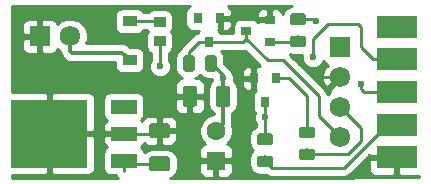
<source format=gbr>
G04 #@! TF.GenerationSoftware,KiCad,Pcbnew,(5.0.0)*
G04 #@! TF.CreationDate,2018-12-07T10:27:40+01:00*
G04 #@! TF.ProjectId,SoNavi,536F4E6176692E6B696361645F706362,rev?*
G04 #@! TF.SameCoordinates,Original*
G04 #@! TF.FileFunction,Copper,L1,Top,Signal*
G04 #@! TF.FilePolarity,Positive*
%FSLAX46Y46*%
G04 Gerber Fmt 4.6, Leading zero omitted, Abs format (unit mm)*
G04 Created by KiCad (PCBNEW (5.0.0)) date 12/07/18 10:27:40*
%MOMM*%
%LPD*%
G01*
G04 APERTURE LIST*
G04 #@! TA.AperFunction,Conductor*
%ADD10C,0.300000*%
G04 #@! TD*
G04 #@! TA.AperFunction,SMDPad,CuDef*
%ADD11C,0.975000*%
G04 #@! TD*
G04 #@! TA.AperFunction,SMDPad,CuDef*
%ADD12R,0.800000X0.900000*%
G04 #@! TD*
G04 #@! TA.AperFunction,SMDPad,CuDef*
%ADD13R,0.900000X0.800000*%
G04 #@! TD*
G04 #@! TA.AperFunction,SMDPad,CuDef*
%ADD14R,2.200000X1.200000*%
G04 #@! TD*
G04 #@! TA.AperFunction,SMDPad,CuDef*
%ADD15R,6.400000X5.800000*%
G04 #@! TD*
G04 #@! TA.AperFunction,SMDPad,CuDef*
%ADD16C,1.250000*%
G04 #@! TD*
G04 #@! TA.AperFunction,SMDPad,CuDef*
%ADD17R,3.480000X1.846667*%
G04 #@! TD*
G04 #@! TA.AperFunction,ComponentPad*
%ADD18R,1.725000X1.725000*%
G04 #@! TD*
G04 #@! TA.AperFunction,ComponentPad*
%ADD19C,1.725000*%
G04 #@! TD*
G04 #@! TA.AperFunction,ComponentPad*
%ADD20R,1.600000X1.600000*%
G04 #@! TD*
G04 #@! TA.AperFunction,ComponentPad*
%ADD21C,1.600000*%
G04 #@! TD*
G04 #@! TA.AperFunction,SMDPad,CuDef*
%ADD22R,1.200000X0.900000*%
G04 #@! TD*
G04 #@! TA.AperFunction,SMDPad,CuDef*
%ADD23R,0.980000X0.870000*%
G04 #@! TD*
G04 #@! TA.AperFunction,ViaPad*
%ADD24C,0.600000*%
G04 #@! TD*
G04 #@! TA.AperFunction,Conductor*
%ADD25C,0.250000*%
G04 #@! TD*
G04 #@! TA.AperFunction,Conductor*
%ADD26C,0.350000*%
G04 #@! TD*
G04 #@! TA.AperFunction,Conductor*
%ADD27C,0.254000*%
G04 #@! TD*
G04 APERTURE END LIST*
D10*
G04 #@! TO.N,Net-(Q1-Pad1)*
G04 #@! TO.C,R2*
G36*
X77950142Y-79523674D02*
X77973803Y-79527184D01*
X77997007Y-79532996D01*
X78019529Y-79541054D01*
X78041153Y-79551282D01*
X78061670Y-79563579D01*
X78080883Y-79577829D01*
X78098607Y-79593893D01*
X78114671Y-79611617D01*
X78128921Y-79630830D01*
X78141218Y-79651347D01*
X78151446Y-79672971D01*
X78159504Y-79695493D01*
X78165316Y-79718697D01*
X78168826Y-79742358D01*
X78170000Y-79766250D01*
X78170000Y-80253750D01*
X78168826Y-80277642D01*
X78165316Y-80301303D01*
X78159504Y-80324507D01*
X78151446Y-80347029D01*
X78141218Y-80368653D01*
X78128921Y-80389170D01*
X78114671Y-80408383D01*
X78098607Y-80426107D01*
X78080883Y-80442171D01*
X78061670Y-80456421D01*
X78041153Y-80468718D01*
X78019529Y-80478946D01*
X77997007Y-80487004D01*
X77973803Y-80492816D01*
X77950142Y-80496326D01*
X77926250Y-80497500D01*
X77013750Y-80497500D01*
X76989858Y-80496326D01*
X76966197Y-80492816D01*
X76942993Y-80487004D01*
X76920471Y-80478946D01*
X76898847Y-80468718D01*
X76878330Y-80456421D01*
X76859117Y-80442171D01*
X76841393Y-80426107D01*
X76825329Y-80408383D01*
X76811079Y-80389170D01*
X76798782Y-80368653D01*
X76788554Y-80347029D01*
X76780496Y-80324507D01*
X76774684Y-80301303D01*
X76771174Y-80277642D01*
X76770000Y-80253750D01*
X76770000Y-79766250D01*
X76771174Y-79742358D01*
X76774684Y-79718697D01*
X76780496Y-79695493D01*
X76788554Y-79672971D01*
X76798782Y-79651347D01*
X76811079Y-79630830D01*
X76825329Y-79611617D01*
X76841393Y-79593893D01*
X76859117Y-79577829D01*
X76878330Y-79563579D01*
X76898847Y-79551282D01*
X76920471Y-79541054D01*
X76942993Y-79532996D01*
X76966197Y-79527184D01*
X76989858Y-79523674D01*
X77013750Y-79522500D01*
X77926250Y-79522500D01*
X77950142Y-79523674D01*
X77950142Y-79523674D01*
G37*
D11*
G04 #@! TD*
G04 #@! TO.P,R2,2*
G04 #@! TO.N,Net-(Q1-Pad1)*
X77470000Y-80010000D03*
D10*
G04 #@! TO.N,/TX*
G04 #@! TO.C,R2*
G36*
X77950142Y-81398674D02*
X77973803Y-81402184D01*
X77997007Y-81407996D01*
X78019529Y-81416054D01*
X78041153Y-81426282D01*
X78061670Y-81438579D01*
X78080883Y-81452829D01*
X78098607Y-81468893D01*
X78114671Y-81486617D01*
X78128921Y-81505830D01*
X78141218Y-81526347D01*
X78151446Y-81547971D01*
X78159504Y-81570493D01*
X78165316Y-81593697D01*
X78168826Y-81617358D01*
X78170000Y-81641250D01*
X78170000Y-82128750D01*
X78168826Y-82152642D01*
X78165316Y-82176303D01*
X78159504Y-82199507D01*
X78151446Y-82222029D01*
X78141218Y-82243653D01*
X78128921Y-82264170D01*
X78114671Y-82283383D01*
X78098607Y-82301107D01*
X78080883Y-82317171D01*
X78061670Y-82331421D01*
X78041153Y-82343718D01*
X78019529Y-82353946D01*
X77997007Y-82362004D01*
X77973803Y-82367816D01*
X77950142Y-82371326D01*
X77926250Y-82372500D01*
X77013750Y-82372500D01*
X76989858Y-82371326D01*
X76966197Y-82367816D01*
X76942993Y-82362004D01*
X76920471Y-82353946D01*
X76898847Y-82343718D01*
X76878330Y-82331421D01*
X76859117Y-82317171D01*
X76841393Y-82301107D01*
X76825329Y-82283383D01*
X76811079Y-82264170D01*
X76798782Y-82243653D01*
X76788554Y-82222029D01*
X76780496Y-82199507D01*
X76774684Y-82176303D01*
X76771174Y-82152642D01*
X76770000Y-82128750D01*
X76770000Y-81641250D01*
X76771174Y-81617358D01*
X76774684Y-81593697D01*
X76780496Y-81570493D01*
X76788554Y-81547971D01*
X76798782Y-81526347D01*
X76811079Y-81505830D01*
X76825329Y-81486617D01*
X76841393Y-81468893D01*
X76859117Y-81452829D01*
X76878330Y-81438579D01*
X76898847Y-81426282D01*
X76920471Y-81416054D01*
X76942993Y-81407996D01*
X76966197Y-81402184D01*
X76989858Y-81398674D01*
X77013750Y-81397500D01*
X77926250Y-81397500D01*
X77950142Y-81398674D01*
X77950142Y-81398674D01*
G37*
D11*
G04 #@! TD*
G04 #@! TO.P,R2,1*
G04 #@! TO.N,/TX*
X77470000Y-81885000D03*
D12*
G04 #@! TO.P,Q1,1*
G04 #@! TO.N,Net-(Q1-Pad1)*
X74864000Y-75454000D03*
G04 #@! TO.P,Q1,2*
G04 #@! TO.N,GND*
X72964000Y-75454000D03*
G04 #@! TO.P,Q1,3*
G04 #@! TO.N,/RXD*
X73914000Y-77454000D03*
G04 #@! TD*
D13*
G04 #@! TO.P,Q2,3*
G04 #@! TO.N,/RX*
X72316162Y-71447928D03*
G04 #@! TO.P,Q2,2*
G04 #@! TO.N,GND*
X74316162Y-70497928D03*
G04 #@! TO.P,Q2,1*
G04 #@! TO.N,Net-(Q2-Pad1)*
X74316162Y-72397928D03*
G04 #@! TD*
D10*
G04 #@! TO.N,/DTR*
G04 #@! TO.C,R1*
G36*
X74394142Y-81985174D02*
X74417803Y-81988684D01*
X74441007Y-81994496D01*
X74463529Y-82002554D01*
X74485153Y-82012782D01*
X74505670Y-82025079D01*
X74524883Y-82039329D01*
X74542607Y-82055393D01*
X74558671Y-82073117D01*
X74572921Y-82092330D01*
X74585218Y-82112847D01*
X74595446Y-82134471D01*
X74603504Y-82156993D01*
X74609316Y-82180197D01*
X74612826Y-82203858D01*
X74614000Y-82227750D01*
X74614000Y-82715250D01*
X74612826Y-82739142D01*
X74609316Y-82762803D01*
X74603504Y-82786007D01*
X74595446Y-82808529D01*
X74585218Y-82830153D01*
X74572921Y-82850670D01*
X74558671Y-82869883D01*
X74542607Y-82887607D01*
X74524883Y-82903671D01*
X74505670Y-82917921D01*
X74485153Y-82930218D01*
X74463529Y-82940446D01*
X74441007Y-82948504D01*
X74417803Y-82954316D01*
X74394142Y-82957826D01*
X74370250Y-82959000D01*
X73457750Y-82959000D01*
X73433858Y-82957826D01*
X73410197Y-82954316D01*
X73386993Y-82948504D01*
X73364471Y-82940446D01*
X73342847Y-82930218D01*
X73322330Y-82917921D01*
X73303117Y-82903671D01*
X73285393Y-82887607D01*
X73269329Y-82869883D01*
X73255079Y-82850670D01*
X73242782Y-82830153D01*
X73232554Y-82808529D01*
X73224496Y-82786007D01*
X73218684Y-82762803D01*
X73215174Y-82739142D01*
X73214000Y-82715250D01*
X73214000Y-82227750D01*
X73215174Y-82203858D01*
X73218684Y-82180197D01*
X73224496Y-82156993D01*
X73232554Y-82134471D01*
X73242782Y-82112847D01*
X73255079Y-82092330D01*
X73269329Y-82073117D01*
X73285393Y-82055393D01*
X73303117Y-82039329D01*
X73322330Y-82025079D01*
X73342847Y-82012782D01*
X73364471Y-82002554D01*
X73386993Y-81994496D01*
X73410197Y-81988684D01*
X73433858Y-81985174D01*
X73457750Y-81984000D01*
X74370250Y-81984000D01*
X74394142Y-81985174D01*
X74394142Y-81985174D01*
G37*
D11*
G04 #@! TD*
G04 #@! TO.P,R1,1*
G04 #@! TO.N,/DTR*
X73914000Y-82471500D03*
D10*
G04 #@! TO.N,/RXD*
G04 #@! TO.C,R1*
G36*
X74394142Y-80110174D02*
X74417803Y-80113684D01*
X74441007Y-80119496D01*
X74463529Y-80127554D01*
X74485153Y-80137782D01*
X74505670Y-80150079D01*
X74524883Y-80164329D01*
X74542607Y-80180393D01*
X74558671Y-80198117D01*
X74572921Y-80217330D01*
X74585218Y-80237847D01*
X74595446Y-80259471D01*
X74603504Y-80281993D01*
X74609316Y-80305197D01*
X74612826Y-80328858D01*
X74614000Y-80352750D01*
X74614000Y-80840250D01*
X74612826Y-80864142D01*
X74609316Y-80887803D01*
X74603504Y-80911007D01*
X74595446Y-80933529D01*
X74585218Y-80955153D01*
X74572921Y-80975670D01*
X74558671Y-80994883D01*
X74542607Y-81012607D01*
X74524883Y-81028671D01*
X74505670Y-81042921D01*
X74485153Y-81055218D01*
X74463529Y-81065446D01*
X74441007Y-81073504D01*
X74417803Y-81079316D01*
X74394142Y-81082826D01*
X74370250Y-81084000D01*
X73457750Y-81084000D01*
X73433858Y-81082826D01*
X73410197Y-81079316D01*
X73386993Y-81073504D01*
X73364471Y-81065446D01*
X73342847Y-81055218D01*
X73322330Y-81042921D01*
X73303117Y-81028671D01*
X73285393Y-81012607D01*
X73269329Y-80994883D01*
X73255079Y-80975670D01*
X73242782Y-80955153D01*
X73232554Y-80933529D01*
X73224496Y-80911007D01*
X73218684Y-80887803D01*
X73215174Y-80864142D01*
X73214000Y-80840250D01*
X73214000Y-80352750D01*
X73215174Y-80328858D01*
X73218684Y-80305197D01*
X73224496Y-80281993D01*
X73232554Y-80259471D01*
X73242782Y-80237847D01*
X73255079Y-80217330D01*
X73269329Y-80198117D01*
X73285393Y-80180393D01*
X73303117Y-80164329D01*
X73322330Y-80150079D01*
X73342847Y-80137782D01*
X73364471Y-80127554D01*
X73386993Y-80119496D01*
X73410197Y-80113684D01*
X73433858Y-80110174D01*
X73457750Y-80109000D01*
X74370250Y-80109000D01*
X74394142Y-80110174D01*
X74394142Y-80110174D01*
G37*
D11*
G04 #@! TD*
G04 #@! TO.P,R1,2*
G04 #@! TO.N,/RXD*
X73914000Y-80596500D03*
D10*
G04 #@! TO.N,Net-(Q2-Pad1)*
G04 #@! TO.C,R3*
G36*
X77188142Y-71825174D02*
X77211803Y-71828684D01*
X77235007Y-71834496D01*
X77257529Y-71842554D01*
X77279153Y-71852782D01*
X77299670Y-71865079D01*
X77318883Y-71879329D01*
X77336607Y-71895393D01*
X77352671Y-71913117D01*
X77366921Y-71932330D01*
X77379218Y-71952847D01*
X77389446Y-71974471D01*
X77397504Y-71996993D01*
X77403316Y-72020197D01*
X77406826Y-72043858D01*
X77408000Y-72067750D01*
X77408000Y-72555250D01*
X77406826Y-72579142D01*
X77403316Y-72602803D01*
X77397504Y-72626007D01*
X77389446Y-72648529D01*
X77379218Y-72670153D01*
X77366921Y-72690670D01*
X77352671Y-72709883D01*
X77336607Y-72727607D01*
X77318883Y-72743671D01*
X77299670Y-72757921D01*
X77279153Y-72770218D01*
X77257529Y-72780446D01*
X77235007Y-72788504D01*
X77211803Y-72794316D01*
X77188142Y-72797826D01*
X77164250Y-72799000D01*
X76251750Y-72799000D01*
X76227858Y-72797826D01*
X76204197Y-72794316D01*
X76180993Y-72788504D01*
X76158471Y-72780446D01*
X76136847Y-72770218D01*
X76116330Y-72757921D01*
X76097117Y-72743671D01*
X76079393Y-72727607D01*
X76063329Y-72709883D01*
X76049079Y-72690670D01*
X76036782Y-72670153D01*
X76026554Y-72648529D01*
X76018496Y-72626007D01*
X76012684Y-72602803D01*
X76009174Y-72579142D01*
X76008000Y-72555250D01*
X76008000Y-72067750D01*
X76009174Y-72043858D01*
X76012684Y-72020197D01*
X76018496Y-71996993D01*
X76026554Y-71974471D01*
X76036782Y-71952847D01*
X76049079Y-71932330D01*
X76063329Y-71913117D01*
X76079393Y-71895393D01*
X76097117Y-71879329D01*
X76116330Y-71865079D01*
X76136847Y-71852782D01*
X76158471Y-71842554D01*
X76180993Y-71834496D01*
X76204197Y-71828684D01*
X76227858Y-71825174D01*
X76251750Y-71824000D01*
X77164250Y-71824000D01*
X77188142Y-71825174D01*
X77188142Y-71825174D01*
G37*
D11*
G04 #@! TD*
G04 #@! TO.P,R3,1*
G04 #@! TO.N,Net-(Q2-Pad1)*
X76708000Y-72311500D03*
D10*
G04 #@! TO.N,/TXD*
G04 #@! TO.C,R3*
G36*
X77188142Y-69950174D02*
X77211803Y-69953684D01*
X77235007Y-69959496D01*
X77257529Y-69967554D01*
X77279153Y-69977782D01*
X77299670Y-69990079D01*
X77318883Y-70004329D01*
X77336607Y-70020393D01*
X77352671Y-70038117D01*
X77366921Y-70057330D01*
X77379218Y-70077847D01*
X77389446Y-70099471D01*
X77397504Y-70121993D01*
X77403316Y-70145197D01*
X77406826Y-70168858D01*
X77408000Y-70192750D01*
X77408000Y-70680250D01*
X77406826Y-70704142D01*
X77403316Y-70727803D01*
X77397504Y-70751007D01*
X77389446Y-70773529D01*
X77379218Y-70795153D01*
X77366921Y-70815670D01*
X77352671Y-70834883D01*
X77336607Y-70852607D01*
X77318883Y-70868671D01*
X77299670Y-70882921D01*
X77279153Y-70895218D01*
X77257529Y-70905446D01*
X77235007Y-70913504D01*
X77211803Y-70919316D01*
X77188142Y-70922826D01*
X77164250Y-70924000D01*
X76251750Y-70924000D01*
X76227858Y-70922826D01*
X76204197Y-70919316D01*
X76180993Y-70913504D01*
X76158471Y-70905446D01*
X76136847Y-70895218D01*
X76116330Y-70882921D01*
X76097117Y-70868671D01*
X76079393Y-70852607D01*
X76063329Y-70834883D01*
X76049079Y-70815670D01*
X76036782Y-70795153D01*
X76026554Y-70773529D01*
X76018496Y-70751007D01*
X76012684Y-70727803D01*
X76009174Y-70704142D01*
X76008000Y-70680250D01*
X76008000Y-70192750D01*
X76009174Y-70168858D01*
X76012684Y-70145197D01*
X76018496Y-70121993D01*
X76026554Y-70099471D01*
X76036782Y-70077847D01*
X76049079Y-70057330D01*
X76063329Y-70038117D01*
X76079393Y-70020393D01*
X76097117Y-70004329D01*
X76116330Y-69990079D01*
X76136847Y-69977782D01*
X76158471Y-69967554D01*
X76180993Y-69959496D01*
X76204197Y-69953684D01*
X76227858Y-69950174D01*
X76251750Y-69949000D01*
X77164250Y-69949000D01*
X77188142Y-69950174D01*
X77188142Y-69950174D01*
G37*
D11*
G04 #@! TD*
G04 #@! TO.P,R3,2*
G04 #@! TO.N,/TXD*
X76708000Y-70436500D03*
D10*
G04 #@! TO.N,+5V*
G04 #@! TO.C,R4*
G36*
X69609642Y-73469174D02*
X69633303Y-73472684D01*
X69656507Y-73478496D01*
X69679029Y-73486554D01*
X69700653Y-73496782D01*
X69721170Y-73509079D01*
X69740383Y-73523329D01*
X69758107Y-73539393D01*
X69774171Y-73557117D01*
X69788421Y-73576330D01*
X69800718Y-73596847D01*
X69810946Y-73618471D01*
X69819004Y-73640993D01*
X69824816Y-73664197D01*
X69828326Y-73687858D01*
X69829500Y-73711750D01*
X69829500Y-74624250D01*
X69828326Y-74648142D01*
X69824816Y-74671803D01*
X69819004Y-74695007D01*
X69810946Y-74717529D01*
X69800718Y-74739153D01*
X69788421Y-74759670D01*
X69774171Y-74778883D01*
X69758107Y-74796607D01*
X69740383Y-74812671D01*
X69721170Y-74826921D01*
X69700653Y-74839218D01*
X69679029Y-74849446D01*
X69656507Y-74857504D01*
X69633303Y-74863316D01*
X69609642Y-74866826D01*
X69585750Y-74868000D01*
X69098250Y-74868000D01*
X69074358Y-74866826D01*
X69050697Y-74863316D01*
X69027493Y-74857504D01*
X69004971Y-74849446D01*
X68983347Y-74839218D01*
X68962830Y-74826921D01*
X68943617Y-74812671D01*
X68925893Y-74796607D01*
X68909829Y-74778883D01*
X68895579Y-74759670D01*
X68883282Y-74739153D01*
X68873054Y-74717529D01*
X68864996Y-74695007D01*
X68859184Y-74671803D01*
X68855674Y-74648142D01*
X68854500Y-74624250D01*
X68854500Y-73711750D01*
X68855674Y-73687858D01*
X68859184Y-73664197D01*
X68864996Y-73640993D01*
X68873054Y-73618471D01*
X68883282Y-73596847D01*
X68895579Y-73576330D01*
X68909829Y-73557117D01*
X68925893Y-73539393D01*
X68943617Y-73523329D01*
X68962830Y-73509079D01*
X68983347Y-73496782D01*
X69004971Y-73486554D01*
X69027493Y-73478496D01*
X69050697Y-73472684D01*
X69074358Y-73469174D01*
X69098250Y-73468000D01*
X69585750Y-73468000D01*
X69609642Y-73469174D01*
X69609642Y-73469174D01*
G37*
D11*
G04 #@! TD*
G04 #@! TO.P,R4,2*
G04 #@! TO.N,+5V*
X69342000Y-74168000D03*
D10*
G04 #@! TO.N,/RX*
G04 #@! TO.C,R4*
G36*
X67734642Y-73469174D02*
X67758303Y-73472684D01*
X67781507Y-73478496D01*
X67804029Y-73486554D01*
X67825653Y-73496782D01*
X67846170Y-73509079D01*
X67865383Y-73523329D01*
X67883107Y-73539393D01*
X67899171Y-73557117D01*
X67913421Y-73576330D01*
X67925718Y-73596847D01*
X67935946Y-73618471D01*
X67944004Y-73640993D01*
X67949816Y-73664197D01*
X67953326Y-73687858D01*
X67954500Y-73711750D01*
X67954500Y-74624250D01*
X67953326Y-74648142D01*
X67949816Y-74671803D01*
X67944004Y-74695007D01*
X67935946Y-74717529D01*
X67925718Y-74739153D01*
X67913421Y-74759670D01*
X67899171Y-74778883D01*
X67883107Y-74796607D01*
X67865383Y-74812671D01*
X67846170Y-74826921D01*
X67825653Y-74839218D01*
X67804029Y-74849446D01*
X67781507Y-74857504D01*
X67758303Y-74863316D01*
X67734642Y-74866826D01*
X67710750Y-74868000D01*
X67223250Y-74868000D01*
X67199358Y-74866826D01*
X67175697Y-74863316D01*
X67152493Y-74857504D01*
X67129971Y-74849446D01*
X67108347Y-74839218D01*
X67087830Y-74826921D01*
X67068617Y-74812671D01*
X67050893Y-74796607D01*
X67034829Y-74778883D01*
X67020579Y-74759670D01*
X67008282Y-74739153D01*
X66998054Y-74717529D01*
X66989996Y-74695007D01*
X66984184Y-74671803D01*
X66980674Y-74648142D01*
X66979500Y-74624250D01*
X66979500Y-73711750D01*
X66980674Y-73687858D01*
X66984184Y-73664197D01*
X66989996Y-73640993D01*
X66998054Y-73618471D01*
X67008282Y-73596847D01*
X67020579Y-73576330D01*
X67034829Y-73557117D01*
X67050893Y-73539393D01*
X67068617Y-73523329D01*
X67087830Y-73509079D01*
X67108347Y-73496782D01*
X67129971Y-73486554D01*
X67152493Y-73478496D01*
X67175697Y-73472684D01*
X67199358Y-73469174D01*
X67223250Y-73468000D01*
X67710750Y-73468000D01*
X67734642Y-73469174D01*
X67734642Y-73469174D01*
G37*
D11*
G04 #@! TD*
G04 #@! TO.P,R4,1*
G04 #@! TO.N,/RX*
X67467000Y-74168000D03*
D12*
G04 #@! TO.P,D1,2*
G04 #@! TO.N,GND*
X70116162Y-70347928D03*
G04 #@! TO.P,D1,*
G04 #@! TO.N,*
X68216162Y-70347928D03*
G04 #@! TO.P,D1,1*
G04 #@! TO.N,/RX*
X69166162Y-72347928D03*
G04 #@! TD*
D14*
G04 #@! TO.P,U1,1*
G04 #@! TO.N,Net-(C1-Pad2)*
X61966162Y-82397928D03*
G04 #@! TO.P,U1,2*
G04 #@! TO.N,GND*
X61966162Y-80117928D03*
G04 #@! TO.P,U1,3*
G04 #@! TO.N,+5V*
X61966162Y-77837928D03*
D15*
G04 #@! TO.P,U1,2*
G04 #@! TO.N,GND*
X55666162Y-80117928D03*
G04 #@! TD*
D10*
G04 #@! TO.N,GND*
G04 #@! TO.C,C1*
G36*
X65639666Y-79246132D02*
X65663935Y-79249732D01*
X65687733Y-79255693D01*
X65710833Y-79263958D01*
X65733011Y-79274448D01*
X65754055Y-79287061D01*
X65773760Y-79301675D01*
X65791939Y-79318151D01*
X65808415Y-79336330D01*
X65823029Y-79356035D01*
X65835642Y-79377079D01*
X65846132Y-79399257D01*
X65854397Y-79422357D01*
X65860358Y-79446155D01*
X65863958Y-79470424D01*
X65865162Y-79494928D01*
X65865162Y-80244928D01*
X65863958Y-80269432D01*
X65860358Y-80293701D01*
X65854397Y-80317499D01*
X65846132Y-80340599D01*
X65835642Y-80362777D01*
X65823029Y-80383821D01*
X65808415Y-80403526D01*
X65791939Y-80421705D01*
X65773760Y-80438181D01*
X65754055Y-80452795D01*
X65733011Y-80465408D01*
X65710833Y-80475898D01*
X65687733Y-80484163D01*
X65663935Y-80490124D01*
X65639666Y-80493724D01*
X65615162Y-80494928D01*
X64365162Y-80494928D01*
X64340658Y-80493724D01*
X64316389Y-80490124D01*
X64292591Y-80484163D01*
X64269491Y-80475898D01*
X64247313Y-80465408D01*
X64226269Y-80452795D01*
X64206564Y-80438181D01*
X64188385Y-80421705D01*
X64171909Y-80403526D01*
X64157295Y-80383821D01*
X64144682Y-80362777D01*
X64134192Y-80340599D01*
X64125927Y-80317499D01*
X64119966Y-80293701D01*
X64116366Y-80269432D01*
X64115162Y-80244928D01*
X64115162Y-79494928D01*
X64116366Y-79470424D01*
X64119966Y-79446155D01*
X64125927Y-79422357D01*
X64134192Y-79399257D01*
X64144682Y-79377079D01*
X64157295Y-79356035D01*
X64171909Y-79336330D01*
X64188385Y-79318151D01*
X64206564Y-79301675D01*
X64226269Y-79287061D01*
X64247313Y-79274448D01*
X64269491Y-79263958D01*
X64292591Y-79255693D01*
X64316389Y-79249732D01*
X64340658Y-79246132D01*
X64365162Y-79244928D01*
X65615162Y-79244928D01*
X65639666Y-79246132D01*
X65639666Y-79246132D01*
G37*
D16*
G04 #@! TD*
G04 #@! TO.P,C1,1*
G04 #@! TO.N,GND*
X64990162Y-79869928D03*
D10*
G04 #@! TO.N,Net-(C1-Pad2)*
G04 #@! TO.C,C1*
G36*
X65639666Y-82046132D02*
X65663935Y-82049732D01*
X65687733Y-82055693D01*
X65710833Y-82063958D01*
X65733011Y-82074448D01*
X65754055Y-82087061D01*
X65773760Y-82101675D01*
X65791939Y-82118151D01*
X65808415Y-82136330D01*
X65823029Y-82156035D01*
X65835642Y-82177079D01*
X65846132Y-82199257D01*
X65854397Y-82222357D01*
X65860358Y-82246155D01*
X65863958Y-82270424D01*
X65865162Y-82294928D01*
X65865162Y-83044928D01*
X65863958Y-83069432D01*
X65860358Y-83093701D01*
X65854397Y-83117499D01*
X65846132Y-83140599D01*
X65835642Y-83162777D01*
X65823029Y-83183821D01*
X65808415Y-83203526D01*
X65791939Y-83221705D01*
X65773760Y-83238181D01*
X65754055Y-83252795D01*
X65733011Y-83265408D01*
X65710833Y-83275898D01*
X65687733Y-83284163D01*
X65663935Y-83290124D01*
X65639666Y-83293724D01*
X65615162Y-83294928D01*
X64365162Y-83294928D01*
X64340658Y-83293724D01*
X64316389Y-83290124D01*
X64292591Y-83284163D01*
X64269491Y-83275898D01*
X64247313Y-83265408D01*
X64226269Y-83252795D01*
X64206564Y-83238181D01*
X64188385Y-83221705D01*
X64171909Y-83203526D01*
X64157295Y-83183821D01*
X64144682Y-83162777D01*
X64134192Y-83140599D01*
X64125927Y-83117499D01*
X64119966Y-83093701D01*
X64116366Y-83069432D01*
X64115162Y-83044928D01*
X64115162Y-82294928D01*
X64116366Y-82270424D01*
X64119966Y-82246155D01*
X64125927Y-82222357D01*
X64134192Y-82199257D01*
X64144682Y-82177079D01*
X64157295Y-82156035D01*
X64171909Y-82136330D01*
X64188385Y-82118151D01*
X64206564Y-82101675D01*
X64226269Y-82087061D01*
X64247313Y-82074448D01*
X64269491Y-82063958D01*
X64292591Y-82055693D01*
X64316389Y-82049732D01*
X64340658Y-82046132D01*
X64365162Y-82044928D01*
X65615162Y-82044928D01*
X65639666Y-82046132D01*
X65639666Y-82046132D01*
G37*
D16*
G04 #@! TD*
G04 #@! TO.P,C1,2*
G04 #@! TO.N,Net-(C1-Pad2)*
X64990162Y-82669928D03*
D10*
G04 #@! TO.N,+5V*
G04 #@! TO.C,C2*
G36*
X70757504Y-76088204D02*
X70781773Y-76091804D01*
X70805571Y-76097765D01*
X70828671Y-76106030D01*
X70850849Y-76116520D01*
X70871893Y-76129133D01*
X70891598Y-76143747D01*
X70909777Y-76160223D01*
X70926253Y-76178402D01*
X70940867Y-76198107D01*
X70953480Y-76219151D01*
X70963970Y-76241329D01*
X70972235Y-76264429D01*
X70978196Y-76288227D01*
X70981796Y-76312496D01*
X70983000Y-76337000D01*
X70983000Y-77587000D01*
X70981796Y-77611504D01*
X70978196Y-77635773D01*
X70972235Y-77659571D01*
X70963970Y-77682671D01*
X70953480Y-77704849D01*
X70940867Y-77725893D01*
X70926253Y-77745598D01*
X70909777Y-77763777D01*
X70891598Y-77780253D01*
X70871893Y-77794867D01*
X70850849Y-77807480D01*
X70828671Y-77817970D01*
X70805571Y-77826235D01*
X70781773Y-77832196D01*
X70757504Y-77835796D01*
X70733000Y-77837000D01*
X69983000Y-77837000D01*
X69958496Y-77835796D01*
X69934227Y-77832196D01*
X69910429Y-77826235D01*
X69887329Y-77817970D01*
X69865151Y-77807480D01*
X69844107Y-77794867D01*
X69824402Y-77780253D01*
X69806223Y-77763777D01*
X69789747Y-77745598D01*
X69775133Y-77725893D01*
X69762520Y-77704849D01*
X69752030Y-77682671D01*
X69743765Y-77659571D01*
X69737804Y-77635773D01*
X69734204Y-77611504D01*
X69733000Y-77587000D01*
X69733000Y-76337000D01*
X69734204Y-76312496D01*
X69737804Y-76288227D01*
X69743765Y-76264429D01*
X69752030Y-76241329D01*
X69762520Y-76219151D01*
X69775133Y-76198107D01*
X69789747Y-76178402D01*
X69806223Y-76160223D01*
X69824402Y-76143747D01*
X69844107Y-76129133D01*
X69865151Y-76116520D01*
X69887329Y-76106030D01*
X69910429Y-76097765D01*
X69934227Y-76091804D01*
X69958496Y-76088204D01*
X69983000Y-76087000D01*
X70733000Y-76087000D01*
X70757504Y-76088204D01*
X70757504Y-76088204D01*
G37*
D16*
G04 #@! TD*
G04 #@! TO.P,C2,2*
G04 #@! TO.N,+5V*
X70358000Y-76962000D03*
D10*
G04 #@! TO.N,GND*
G04 #@! TO.C,C2*
G36*
X67957504Y-76088204D02*
X67981773Y-76091804D01*
X68005571Y-76097765D01*
X68028671Y-76106030D01*
X68050849Y-76116520D01*
X68071893Y-76129133D01*
X68091598Y-76143747D01*
X68109777Y-76160223D01*
X68126253Y-76178402D01*
X68140867Y-76198107D01*
X68153480Y-76219151D01*
X68163970Y-76241329D01*
X68172235Y-76264429D01*
X68178196Y-76288227D01*
X68181796Y-76312496D01*
X68183000Y-76337000D01*
X68183000Y-77587000D01*
X68181796Y-77611504D01*
X68178196Y-77635773D01*
X68172235Y-77659571D01*
X68163970Y-77682671D01*
X68153480Y-77704849D01*
X68140867Y-77725893D01*
X68126253Y-77745598D01*
X68109777Y-77763777D01*
X68091598Y-77780253D01*
X68071893Y-77794867D01*
X68050849Y-77807480D01*
X68028671Y-77817970D01*
X68005571Y-77826235D01*
X67981773Y-77832196D01*
X67957504Y-77835796D01*
X67933000Y-77837000D01*
X67183000Y-77837000D01*
X67158496Y-77835796D01*
X67134227Y-77832196D01*
X67110429Y-77826235D01*
X67087329Y-77817970D01*
X67065151Y-77807480D01*
X67044107Y-77794867D01*
X67024402Y-77780253D01*
X67006223Y-77763777D01*
X66989747Y-77745598D01*
X66975133Y-77725893D01*
X66962520Y-77704849D01*
X66952030Y-77682671D01*
X66943765Y-77659571D01*
X66937804Y-77635773D01*
X66934204Y-77611504D01*
X66933000Y-77587000D01*
X66933000Y-76337000D01*
X66934204Y-76312496D01*
X66937804Y-76288227D01*
X66943765Y-76264429D01*
X66952030Y-76241329D01*
X66962520Y-76219151D01*
X66975133Y-76198107D01*
X66989747Y-76178402D01*
X67006223Y-76160223D01*
X67024402Y-76143747D01*
X67044107Y-76129133D01*
X67065151Y-76116520D01*
X67087329Y-76106030D01*
X67110429Y-76097765D01*
X67134227Y-76091804D01*
X67158496Y-76088204D01*
X67183000Y-76087000D01*
X67933000Y-76087000D01*
X67957504Y-76088204D01*
X67957504Y-76088204D01*
G37*
D16*
G04 #@! TD*
G04 #@! TO.P,C2,1*
G04 #@! TO.N,GND*
X67558000Y-76962000D03*
D17*
G04 #@! TO.P,J1,1*
G04 #@! TO.N,N/C*
X85056162Y-71057928D03*
G04 #@! TO.P,J1,2*
G04 #@! TO.N,/RXD*
X85056162Y-73827928D03*
G04 #@! TO.P,J1,3*
G04 #@! TO.N,/TXD*
X85056162Y-76597928D03*
G04 #@! TO.P,J1,4*
G04 #@! TO.N,/DTR*
X85056162Y-79367928D03*
G04 #@! TO.P,J1,5*
G04 #@! TO.N,GND*
X85056162Y-82137928D03*
G04 #@! TD*
D18*
G04 #@! TO.P,J3,1*
G04 #@! TO.N,+5V*
X80266162Y-72747928D03*
D19*
G04 #@! TO.P,J3,2*
G04 #@! TO.N,GND*
X80266162Y-75287928D03*
G04 #@! TO.P,J3,3*
G04 #@! TO.N,/TX*
X80266162Y-77827928D03*
G04 #@! TO.P,J3,4*
G04 #@! TO.N,/RX*
X80266162Y-80367928D03*
G04 #@! TD*
D20*
G04 #@! TO.P,C3,1*
G04 #@! TO.N,GND*
X69766162Y-82409928D03*
D21*
G04 #@! TO.P,C3,2*
G04 #@! TO.N,+5V*
X69766162Y-79909928D03*
G04 #@! TD*
D18*
G04 #@! TO.P,J2,1*
G04 #@! TO.N,GND*
X54864000Y-71882000D03*
D19*
G04 #@! TO.P,J2,2*
G04 #@! TO.N,+12V*
X57404000Y-71882000D03*
G04 #@! TD*
D22*
G04 #@! TO.P,D2,1*
G04 #@! TO.N,Net-(D2-Pad1)*
X62450162Y-70599928D03*
G04 #@! TO.P,D2,2*
G04 #@! TO.N,+12V*
X62450162Y-73899928D03*
G04 #@! TD*
D23*
G04 #@! TO.P,F1,1*
G04 #@! TO.N,Net-(D2-Pad1)*
X64990162Y-70687928D03*
G04 #@! TO.P,F1,2*
G04 #@! TO.N,Net-(C1-Pad2)*
X64990162Y-72287928D03*
G04 #@! TD*
D24*
G04 #@! TO.N,Net-(C1-Pad2)*
X61976000Y-82296000D03*
X65024000Y-74422000D03*
G04 #@! TO.N,+5V*
X61966162Y-77837928D03*
X70358000Y-75438000D03*
G04 #@! TO.N,GND*
X58166000Y-82550000D03*
X56642000Y-82550000D03*
X55118000Y-82550000D03*
X53848000Y-82550000D03*
X58166000Y-81280000D03*
X58166000Y-79756000D03*
X58166000Y-78486000D03*
X56642000Y-81280000D03*
X56642000Y-79756000D03*
X56642000Y-78486000D03*
X55118000Y-78486000D03*
X55118000Y-79756000D03*
X55118000Y-81280000D03*
X53848000Y-81280000D03*
X53848000Y-79756000D03*
X53848000Y-78486000D03*
X72644000Y-74168000D03*
X71374000Y-69596000D03*
X76962000Y-74168000D03*
G04 #@! TO.N,/RXD*
X73914000Y-78740000D03*
X73914000Y-78740000D03*
X77978000Y-73660000D03*
G04 #@! TO.N,/TXD*
X82042000Y-75946000D03*
X78232000Y-70612000D03*
G04 #@! TD*
D25*
G04 #@! TO.N,Net-(C1-Pad2)*
X61976000Y-82296000D02*
X61966162Y-83322929D01*
X62238162Y-82669928D02*
X61966162Y-82397928D01*
X64990162Y-82669928D02*
X62238162Y-82669928D01*
X64990162Y-74134162D02*
X64990162Y-72425428D01*
X65024000Y-74422000D02*
X64990162Y-74134162D01*
D10*
G04 #@! TO.N,+5V*
X70358000Y-79318090D02*
X69766162Y-79909928D01*
X70358000Y-76962000D02*
X70358000Y-79318090D01*
X69342000Y-74168000D02*
X70358000Y-75184000D01*
X70358000Y-75184000D02*
X70358000Y-75438000D01*
X70358000Y-75438000D02*
X70358000Y-76962000D01*
D26*
G04 #@! TO.N,+12V*
X61816162Y-73265928D02*
X62450162Y-73899928D01*
X57568169Y-73265928D02*
X61816162Y-73265928D01*
X57404000Y-73101759D02*
X57568169Y-73265928D01*
X57404000Y-71882000D02*
X57404000Y-73101759D01*
D25*
G04 #@! TO.N,GND*
X64742162Y-80117928D02*
X64990162Y-79869928D01*
X61966162Y-80117928D02*
X64742162Y-80117928D01*
X74166162Y-70347928D02*
X74316162Y-70497928D01*
X72964000Y-74488000D02*
X72644000Y-74168000D01*
X72964000Y-75454000D02*
X72964000Y-74488000D01*
X71374000Y-69596000D02*
X71374000Y-70347928D01*
X70116162Y-70347928D02*
X71374000Y-70347928D01*
X71374000Y-70347928D02*
X74166162Y-70347928D01*
X78081928Y-75287928D02*
X80266162Y-75287928D01*
X76962000Y-74168000D02*
X78081928Y-75287928D01*
G04 #@! TO.N,Net-(Q1-Pad1)*
X74864000Y-75454000D02*
X75962000Y-75454000D01*
X75962000Y-75454000D02*
X77470000Y-76962000D01*
X77470000Y-76962000D02*
X77470000Y-80010000D01*
G04 #@! TO.N,Net-(Q2-Pad1)*
X74316162Y-72397928D02*
X74571072Y-72397928D01*
X76621572Y-72397928D02*
X76708000Y-72311500D01*
X74316162Y-72397928D02*
X76621572Y-72397928D01*
G04 #@! TO.N,/TX*
X77470000Y-81885000D02*
X80929000Y-81885000D01*
X80929000Y-81885000D02*
X82042000Y-80772000D01*
X82042000Y-79603766D02*
X80266162Y-77827928D01*
X82042000Y-80772000D02*
X82042000Y-79603766D01*
G04 #@! TO.N,/RX*
X67467000Y-74168000D02*
X67467000Y-73249000D01*
X68368072Y-72347928D02*
X69166162Y-72347928D01*
X67467000Y-73249000D02*
X68368072Y-72347928D01*
X72316162Y-72097928D02*
X72316162Y-71447928D01*
X72066162Y-72347928D02*
X72316162Y-72097928D01*
X69166162Y-72347928D02*
X72066162Y-72347928D01*
X72316162Y-72097928D02*
X74132234Y-73914000D01*
X74132234Y-73914000D02*
X75438000Y-73914000D01*
X75438000Y-73914000D02*
X78489429Y-76965429D01*
X78489429Y-78591195D02*
X78489429Y-76965429D01*
X80266162Y-80367928D02*
X78489429Y-78591195D01*
G04 #@! TO.N,Net-(D2-Pad1)*
X64940662Y-70599928D02*
X64990162Y-70550428D01*
X62450162Y-70599928D02*
X64940662Y-70599928D01*
G04 #@! TO.N,/RXD*
X73914000Y-78154000D02*
X73914000Y-78740000D01*
X73914000Y-77454000D02*
X73914000Y-78154000D01*
X73914000Y-78740000D02*
X73914000Y-80596500D01*
X84239496Y-73827928D02*
X85056162Y-73827928D01*
X83066162Y-73827928D02*
X82042000Y-72803766D01*
X85056162Y-73827928D02*
X83066162Y-73827928D01*
X82042000Y-72803766D02*
X82042000Y-71120000D01*
X82042000Y-71120000D02*
X81788000Y-70866000D01*
X81788000Y-70866000D02*
X79248000Y-70866000D01*
X79248000Y-70866000D02*
X77978000Y-72136000D01*
X77978000Y-72136000D02*
X77978000Y-73660000D01*
G04 #@! TO.N,/TXD*
X76192928Y-70447928D02*
X76357000Y-70612000D01*
X84239496Y-76597928D02*
X85056162Y-76597928D01*
X83066162Y-76597928D02*
X85056162Y-76597928D01*
X82269664Y-76597928D02*
X83066162Y-76597928D01*
X82042000Y-76370264D02*
X82269664Y-76597928D01*
X82042000Y-75946000D02*
X82042000Y-76370264D01*
X78056500Y-70436500D02*
X78232000Y-70612000D01*
X76708000Y-70436500D02*
X78056500Y-70436500D01*
G04 #@! TO.N,/DTR*
X84239496Y-79367928D02*
X85056162Y-79367928D01*
X80579687Y-83027737D02*
X84239496Y-79367928D01*
X74470237Y-83027737D02*
X80579687Y-83027737D01*
X73914000Y-82471500D02*
X74470237Y-83027737D01*
G04 #@! TD*
D27*
G04 #@! TO.N,GND*
G36*
X67358353Y-69440119D02*
X67218005Y-69650163D01*
X67168722Y-69897928D01*
X67168722Y-70797928D01*
X67218005Y-71045693D01*
X67358353Y-71255737D01*
X67568397Y-71396085D01*
X67816162Y-71445368D01*
X68304846Y-71445368D01*
X68196770Y-71607113D01*
X68071535Y-71632024D01*
X67820143Y-71799999D01*
X67777743Y-71863455D01*
X66982528Y-72658671D01*
X66919072Y-72701071D01*
X66876672Y-72764527D01*
X66876671Y-72764528D01*
X66751097Y-72952463D01*
X66745697Y-72979611D01*
X66593084Y-73081584D01*
X66399898Y-73370706D01*
X66332060Y-73711750D01*
X66332060Y-74624250D01*
X66399898Y-74965294D01*
X66593084Y-75254416D01*
X66882206Y-75447602D01*
X66904316Y-75452000D01*
X66806691Y-75452000D01*
X66573302Y-75548673D01*
X66394673Y-75727301D01*
X66298000Y-75960690D01*
X66298000Y-76676250D01*
X66456750Y-76835000D01*
X67431000Y-76835000D01*
X67431000Y-76815000D01*
X67685000Y-76815000D01*
X67685000Y-76835000D01*
X68659250Y-76835000D01*
X68818000Y-76676250D01*
X68818000Y-75960690D01*
X68721327Y-75727301D01*
X68542698Y-75548673D01*
X68309309Y-75452000D01*
X68029684Y-75452000D01*
X68051794Y-75447602D01*
X68340916Y-75254416D01*
X68404500Y-75159256D01*
X68468084Y-75254416D01*
X68757206Y-75447602D01*
X69098250Y-75515440D01*
X69423000Y-75515440D01*
X69423000Y-75623983D01*
X69432277Y-75646379D01*
X69348414Y-75702414D01*
X69153874Y-75993565D01*
X69085560Y-76337000D01*
X69085560Y-77587000D01*
X69153874Y-77930435D01*
X69348414Y-78221586D01*
X69573001Y-78371649D01*
X69573001Y-78474928D01*
X69480723Y-78474928D01*
X68953300Y-78693394D01*
X68549628Y-79097066D01*
X68331162Y-79624489D01*
X68331162Y-80195367D01*
X68549628Y-80722790D01*
X68812921Y-80986083D01*
X68606463Y-81071601D01*
X68427835Y-81250230D01*
X68331162Y-81483619D01*
X68331162Y-82124178D01*
X68489912Y-82282928D01*
X69639162Y-82282928D01*
X69639162Y-82262928D01*
X69893162Y-82262928D01*
X69893162Y-82282928D01*
X71042412Y-82282928D01*
X71201162Y-82124178D01*
X71201162Y-81483619D01*
X71104489Y-81250230D01*
X70925861Y-81071601D01*
X70719403Y-80986083D01*
X70982696Y-80722790D01*
X71201162Y-80195367D01*
X71201162Y-79624489D01*
X71131085Y-79455308D01*
X71143000Y-79395406D01*
X71143000Y-79395402D01*
X71158378Y-79318091D01*
X71143000Y-79240780D01*
X71143000Y-78371649D01*
X71367586Y-78221586D01*
X71562126Y-77930435D01*
X71630440Y-77587000D01*
X71630440Y-76337000D01*
X71562126Y-75993565D01*
X71392534Y-75739750D01*
X71929000Y-75739750D01*
X71929000Y-76030309D01*
X72025673Y-76263698D01*
X72204301Y-76442327D01*
X72437690Y-76539000D01*
X72678250Y-76539000D01*
X72837000Y-76380250D01*
X72837000Y-75581000D01*
X72087750Y-75581000D01*
X71929000Y-75739750D01*
X71392534Y-75739750D01*
X71367586Y-75702414D01*
X71283723Y-75646379D01*
X71293000Y-75623983D01*
X71293000Y-75252017D01*
X71150655Y-74908365D01*
X71119981Y-74877691D01*
X71929000Y-74877691D01*
X71929000Y-75168250D01*
X72087750Y-75327000D01*
X72837000Y-75327000D01*
X72837000Y-74527750D01*
X72678250Y-74369000D01*
X72437690Y-74369000D01*
X72204301Y-74465673D01*
X72025673Y-74644302D01*
X71929000Y-74877691D01*
X71119981Y-74877691D01*
X71052057Y-74809767D01*
X71016288Y-74756235D01*
X70967749Y-74683591D01*
X70967747Y-74683589D01*
X70923953Y-74618047D01*
X70858411Y-74574253D01*
X70476940Y-74192782D01*
X70476940Y-73711750D01*
X70409102Y-73370706D01*
X70233519Y-73107928D01*
X71991315Y-73107928D01*
X72066162Y-73122816D01*
X72141009Y-73107928D01*
X72141014Y-73107928D01*
X72233053Y-73089620D01*
X73528075Y-74384643D01*
X73490310Y-74369000D01*
X73249750Y-74369000D01*
X73091000Y-74527750D01*
X73091000Y-75327000D01*
X73111000Y-75327000D01*
X73111000Y-75581000D01*
X73091000Y-75581000D01*
X73091000Y-76380250D01*
X73176531Y-76465781D01*
X73056191Y-76546191D01*
X72915843Y-76756235D01*
X72866560Y-77004000D01*
X72866560Y-77904000D01*
X72915843Y-78151765D01*
X73056191Y-78361809D01*
X73058090Y-78363078D01*
X72979000Y-78554017D01*
X72979000Y-78925983D01*
X73121345Y-79269635D01*
X73154000Y-79302290D01*
X73154000Y-79521980D01*
X73116706Y-79529398D01*
X72827584Y-79722584D01*
X72634398Y-80011706D01*
X72566560Y-80352750D01*
X72566560Y-80840250D01*
X72634398Y-81181294D01*
X72827584Y-81470416D01*
X72922744Y-81534000D01*
X72827584Y-81597584D01*
X72634398Y-81886706D01*
X72566560Y-82227750D01*
X72566560Y-82715250D01*
X72634398Y-83056294D01*
X72827584Y-83345416D01*
X73116706Y-83538602D01*
X73457750Y-83606440D01*
X73968364Y-83606440D01*
X74173700Y-83743641D01*
X74395385Y-83787737D01*
X74395390Y-83787737D01*
X74470237Y-83802625D01*
X74545084Y-83787737D01*
X80504840Y-83787737D01*
X80579687Y-83802625D01*
X80654534Y-83787737D01*
X80654539Y-83787737D01*
X80876224Y-83743641D01*
X81127616Y-83575666D01*
X81170018Y-83512207D01*
X82258547Y-82423678D01*
X82681162Y-82423678D01*
X82681162Y-83187570D01*
X82777835Y-83420959D01*
X82956463Y-83599588D01*
X83189852Y-83696261D01*
X84770412Y-83696261D01*
X84929162Y-83537511D01*
X84929162Y-82264928D01*
X82839912Y-82264928D01*
X82681162Y-82423678D01*
X82258547Y-82423678D01*
X82755605Y-81926621D01*
X82839912Y-82010928D01*
X84929162Y-82010928D01*
X84929162Y-81990928D01*
X85183162Y-81990928D01*
X85183162Y-82010928D01*
X85203162Y-82010928D01*
X85203162Y-82264928D01*
X85183162Y-82264928D01*
X85183162Y-83537511D01*
X85341912Y-83696261D01*
X86922472Y-83696261D01*
X86961162Y-83680235D01*
X86961162Y-83807845D01*
X75909690Y-83887928D01*
X65888848Y-83887928D01*
X65958597Y-83874054D01*
X66249748Y-83679514D01*
X66444288Y-83388363D01*
X66512602Y-83044928D01*
X66512602Y-82695678D01*
X68331162Y-82695678D01*
X68331162Y-83336237D01*
X68427835Y-83569626D01*
X68606463Y-83748255D01*
X68839852Y-83844928D01*
X69480412Y-83844928D01*
X69639162Y-83686178D01*
X69639162Y-82536928D01*
X69893162Y-82536928D01*
X69893162Y-83686178D01*
X70051912Y-83844928D01*
X70692472Y-83844928D01*
X70925861Y-83748255D01*
X71104489Y-83569626D01*
X71201162Y-83336237D01*
X71201162Y-82695678D01*
X71042412Y-82536928D01*
X69893162Y-82536928D01*
X69639162Y-82536928D01*
X68489912Y-82536928D01*
X68331162Y-82695678D01*
X66512602Y-82695678D01*
X66512602Y-82294928D01*
X66444288Y-81951493D01*
X66249748Y-81660342D01*
X65958597Y-81465802D01*
X65615162Y-81397488D01*
X64365162Y-81397488D01*
X64021727Y-81465802D01*
X63730576Y-81660342D01*
X63696407Y-81711480D01*
X63664319Y-81550163D01*
X63523971Y-81340119D01*
X63408946Y-81263261D01*
X63425860Y-81256255D01*
X63604489Y-81077627D01*
X63661705Y-80939496D01*
X63755463Y-81033255D01*
X63988852Y-81129928D01*
X64704412Y-81129928D01*
X64863162Y-80971178D01*
X64863162Y-79996928D01*
X65117162Y-79996928D01*
X65117162Y-80971178D01*
X65275912Y-81129928D01*
X65991472Y-81129928D01*
X66224861Y-81033255D01*
X66403489Y-80854626D01*
X66500162Y-80621237D01*
X66500162Y-80155678D01*
X66341412Y-79996928D01*
X65117162Y-79996928D01*
X64863162Y-79996928D01*
X64843162Y-79996928D01*
X64843162Y-79742928D01*
X64863162Y-79742928D01*
X64863162Y-78768678D01*
X65117162Y-78768678D01*
X65117162Y-79742928D01*
X66341412Y-79742928D01*
X66500162Y-79584178D01*
X66500162Y-79118619D01*
X66403489Y-78885230D01*
X66224861Y-78706601D01*
X65991472Y-78609928D01*
X65275912Y-78609928D01*
X65117162Y-78768678D01*
X64863162Y-78768678D01*
X64704412Y-78609928D01*
X63988852Y-78609928D01*
X63755463Y-78706601D01*
X63576835Y-78885230D01*
X63504975Y-79058715D01*
X63425860Y-78979601D01*
X63408946Y-78972595D01*
X63523971Y-78895737D01*
X63664319Y-78685693D01*
X63713602Y-78437928D01*
X63713602Y-77247750D01*
X66298000Y-77247750D01*
X66298000Y-77963310D01*
X66394673Y-78196699D01*
X66573302Y-78375327D01*
X66806691Y-78472000D01*
X67272250Y-78472000D01*
X67431000Y-78313250D01*
X67431000Y-77089000D01*
X67685000Y-77089000D01*
X67685000Y-78313250D01*
X67843750Y-78472000D01*
X68309309Y-78472000D01*
X68542698Y-78375327D01*
X68721327Y-78196699D01*
X68818000Y-77963310D01*
X68818000Y-77247750D01*
X68659250Y-77089000D01*
X67685000Y-77089000D01*
X67431000Y-77089000D01*
X66456750Y-77089000D01*
X66298000Y-77247750D01*
X63713602Y-77247750D01*
X63713602Y-77237928D01*
X63664319Y-76990163D01*
X63523971Y-76780119D01*
X63313927Y-76639771D01*
X63066162Y-76590488D01*
X60866162Y-76590488D01*
X60618397Y-76639771D01*
X60408353Y-76780119D01*
X60268005Y-76990163D01*
X60218722Y-77237928D01*
X60218722Y-78437928D01*
X60268005Y-78685693D01*
X60408353Y-78895737D01*
X60523378Y-78972595D01*
X60506464Y-78979601D01*
X60327835Y-79158229D01*
X60231162Y-79391618D01*
X60231162Y-79832178D01*
X60389912Y-79990928D01*
X61839162Y-79990928D01*
X61839162Y-79970928D01*
X62093162Y-79970928D01*
X62093162Y-79990928D01*
X62113162Y-79990928D01*
X62113162Y-80244928D01*
X62093162Y-80244928D01*
X62093162Y-80264928D01*
X61839162Y-80264928D01*
X61839162Y-80244928D01*
X60389912Y-80244928D01*
X60231162Y-80403678D01*
X60231162Y-80844238D01*
X60327835Y-81077627D01*
X60506464Y-81256255D01*
X60523378Y-81263261D01*
X60408353Y-81340119D01*
X60268005Y-81550163D01*
X60218722Y-81797928D01*
X60218722Y-82997928D01*
X60268005Y-83245693D01*
X60408353Y-83455737D01*
X60618397Y-83596085D01*
X60866162Y-83645368D01*
X61268899Y-83645368D01*
X61413010Y-83865583D01*
X61445768Y-83887928D01*
X52476162Y-83887928D01*
X52476162Y-83652928D01*
X55380412Y-83652928D01*
X55539162Y-83494178D01*
X55539162Y-80244928D01*
X55793162Y-80244928D01*
X55793162Y-83494178D01*
X55951912Y-83652928D01*
X58992471Y-83652928D01*
X59225860Y-83556255D01*
X59404489Y-83377627D01*
X59501162Y-83144238D01*
X59501162Y-80403678D01*
X59342412Y-80244928D01*
X55793162Y-80244928D01*
X55539162Y-80244928D01*
X55519162Y-80244928D01*
X55519162Y-79990928D01*
X55539162Y-79990928D01*
X55539162Y-76741678D01*
X55793162Y-76741678D01*
X55793162Y-79990928D01*
X59342412Y-79990928D01*
X59501162Y-79832178D01*
X59501162Y-77091618D01*
X59404489Y-76858229D01*
X59225860Y-76679601D01*
X58992471Y-76582928D01*
X55951912Y-76582928D01*
X55793162Y-76741678D01*
X55539162Y-76741678D01*
X55380412Y-76582928D01*
X52476162Y-76582928D01*
X52476162Y-72167750D01*
X53366500Y-72167750D01*
X53366500Y-72870809D01*
X53463173Y-73104198D01*
X53641801Y-73282827D01*
X53875190Y-73379500D01*
X54578250Y-73379500D01*
X54737000Y-73220750D01*
X54737000Y-72009000D01*
X53525250Y-72009000D01*
X53366500Y-72167750D01*
X52476162Y-72167750D01*
X52476162Y-70893191D01*
X53366500Y-70893191D01*
X53366500Y-71596250D01*
X53525250Y-71755000D01*
X54737000Y-71755000D01*
X54737000Y-70543250D01*
X54991000Y-70543250D01*
X54991000Y-71755000D01*
X55011000Y-71755000D01*
X55011000Y-72009000D01*
X54991000Y-72009000D01*
X54991000Y-73220750D01*
X55149750Y-73379500D01*
X55852810Y-73379500D01*
X56086199Y-73282827D01*
X56264827Y-73104198D01*
X56336172Y-72931957D01*
X56555734Y-73151519D01*
X56590930Y-73166098D01*
X56633200Y-73378602D01*
X56640998Y-73417805D01*
X56820024Y-73685736D01*
X56887654Y-73730925D01*
X56939001Y-73782272D01*
X56984192Y-73849905D01*
X57252123Y-74028931D01*
X57488395Y-74075928D01*
X57568168Y-74091796D01*
X57647941Y-74075928D01*
X61202722Y-74075928D01*
X61202722Y-74349928D01*
X61252005Y-74597693D01*
X61392353Y-74807737D01*
X61602397Y-74948085D01*
X61850162Y-74997368D01*
X63050162Y-74997368D01*
X63297927Y-74948085D01*
X63507971Y-74807737D01*
X63648319Y-74597693D01*
X63697602Y-74349928D01*
X63697602Y-73449928D01*
X63648319Y-73202163D01*
X63507971Y-72992119D01*
X63297927Y-72851771D01*
X63050162Y-72802488D01*
X62498234Y-72802488D01*
X62445330Y-72749583D01*
X62400139Y-72681951D01*
X62132208Y-72502925D01*
X61895936Y-72455928D01*
X61895935Y-72455928D01*
X61816162Y-72440060D01*
X61736389Y-72455928D01*
X58787153Y-72455928D01*
X58901500Y-72179871D01*
X58901500Y-71584129D01*
X58673519Y-71033734D01*
X58252266Y-70612481D01*
X57701871Y-70384500D01*
X57106129Y-70384500D01*
X56555734Y-70612481D01*
X56336172Y-70832043D01*
X56264827Y-70659802D01*
X56086199Y-70481173D01*
X55852810Y-70384500D01*
X55149750Y-70384500D01*
X54991000Y-70543250D01*
X54737000Y-70543250D01*
X54578250Y-70384500D01*
X53875190Y-70384500D01*
X53641801Y-70481173D01*
X53463173Y-70659802D01*
X53366500Y-70893191D01*
X52476162Y-70893191D01*
X52476162Y-70149928D01*
X61202722Y-70149928D01*
X61202722Y-71049928D01*
X61252005Y-71297693D01*
X61392353Y-71507737D01*
X61602397Y-71648085D01*
X61850162Y-71697368D01*
X63050162Y-71697368D01*
X63297927Y-71648085D01*
X63507971Y-71507737D01*
X63606735Y-71359928D01*
X63899864Y-71359928D01*
X63902005Y-71370693D01*
X63980340Y-71487928D01*
X63902005Y-71605163D01*
X63852722Y-71852928D01*
X63852722Y-72722928D01*
X63902005Y-72970693D01*
X64042353Y-73180737D01*
X64230162Y-73306228D01*
X64230162Y-73895221D01*
X64089000Y-74236017D01*
X64089000Y-74607983D01*
X64231345Y-74951635D01*
X64494365Y-75214655D01*
X64838017Y-75357000D01*
X65209983Y-75357000D01*
X65553635Y-75214655D01*
X65816655Y-74951635D01*
X65959000Y-74607983D01*
X65959000Y-74236017D01*
X65816655Y-73892365D01*
X65750162Y-73825872D01*
X65750162Y-73306228D01*
X65937971Y-73180737D01*
X66078319Y-72970693D01*
X66127602Y-72722928D01*
X66127602Y-71852928D01*
X66078319Y-71605163D01*
X65999984Y-71487928D01*
X66078319Y-71370693D01*
X66127602Y-71122928D01*
X66127602Y-70252928D01*
X66078319Y-70005163D01*
X65937971Y-69795119D01*
X65727927Y-69654771D01*
X65480162Y-69605488D01*
X64500162Y-69605488D01*
X64252397Y-69654771D01*
X64042353Y-69795119D01*
X64012412Y-69839928D01*
X63606735Y-69839928D01*
X63507971Y-69692119D01*
X63297927Y-69551771D01*
X63050162Y-69502488D01*
X61850162Y-69502488D01*
X61602397Y-69551771D01*
X61392353Y-69692119D01*
X61252005Y-69902163D01*
X61202722Y-70149928D01*
X52476162Y-70149928D01*
X52476162Y-69307928D01*
X67556189Y-69307928D01*
X67358353Y-69440119D01*
X67358353Y-69440119D01*
G37*
X67358353Y-69440119D02*
X67218005Y-69650163D01*
X67168722Y-69897928D01*
X67168722Y-70797928D01*
X67218005Y-71045693D01*
X67358353Y-71255737D01*
X67568397Y-71396085D01*
X67816162Y-71445368D01*
X68304846Y-71445368D01*
X68196770Y-71607113D01*
X68071535Y-71632024D01*
X67820143Y-71799999D01*
X67777743Y-71863455D01*
X66982528Y-72658671D01*
X66919072Y-72701071D01*
X66876672Y-72764527D01*
X66876671Y-72764528D01*
X66751097Y-72952463D01*
X66745697Y-72979611D01*
X66593084Y-73081584D01*
X66399898Y-73370706D01*
X66332060Y-73711750D01*
X66332060Y-74624250D01*
X66399898Y-74965294D01*
X66593084Y-75254416D01*
X66882206Y-75447602D01*
X66904316Y-75452000D01*
X66806691Y-75452000D01*
X66573302Y-75548673D01*
X66394673Y-75727301D01*
X66298000Y-75960690D01*
X66298000Y-76676250D01*
X66456750Y-76835000D01*
X67431000Y-76835000D01*
X67431000Y-76815000D01*
X67685000Y-76815000D01*
X67685000Y-76835000D01*
X68659250Y-76835000D01*
X68818000Y-76676250D01*
X68818000Y-75960690D01*
X68721327Y-75727301D01*
X68542698Y-75548673D01*
X68309309Y-75452000D01*
X68029684Y-75452000D01*
X68051794Y-75447602D01*
X68340916Y-75254416D01*
X68404500Y-75159256D01*
X68468084Y-75254416D01*
X68757206Y-75447602D01*
X69098250Y-75515440D01*
X69423000Y-75515440D01*
X69423000Y-75623983D01*
X69432277Y-75646379D01*
X69348414Y-75702414D01*
X69153874Y-75993565D01*
X69085560Y-76337000D01*
X69085560Y-77587000D01*
X69153874Y-77930435D01*
X69348414Y-78221586D01*
X69573001Y-78371649D01*
X69573001Y-78474928D01*
X69480723Y-78474928D01*
X68953300Y-78693394D01*
X68549628Y-79097066D01*
X68331162Y-79624489D01*
X68331162Y-80195367D01*
X68549628Y-80722790D01*
X68812921Y-80986083D01*
X68606463Y-81071601D01*
X68427835Y-81250230D01*
X68331162Y-81483619D01*
X68331162Y-82124178D01*
X68489912Y-82282928D01*
X69639162Y-82282928D01*
X69639162Y-82262928D01*
X69893162Y-82262928D01*
X69893162Y-82282928D01*
X71042412Y-82282928D01*
X71201162Y-82124178D01*
X71201162Y-81483619D01*
X71104489Y-81250230D01*
X70925861Y-81071601D01*
X70719403Y-80986083D01*
X70982696Y-80722790D01*
X71201162Y-80195367D01*
X71201162Y-79624489D01*
X71131085Y-79455308D01*
X71143000Y-79395406D01*
X71143000Y-79395402D01*
X71158378Y-79318091D01*
X71143000Y-79240780D01*
X71143000Y-78371649D01*
X71367586Y-78221586D01*
X71562126Y-77930435D01*
X71630440Y-77587000D01*
X71630440Y-76337000D01*
X71562126Y-75993565D01*
X71392534Y-75739750D01*
X71929000Y-75739750D01*
X71929000Y-76030309D01*
X72025673Y-76263698D01*
X72204301Y-76442327D01*
X72437690Y-76539000D01*
X72678250Y-76539000D01*
X72837000Y-76380250D01*
X72837000Y-75581000D01*
X72087750Y-75581000D01*
X71929000Y-75739750D01*
X71392534Y-75739750D01*
X71367586Y-75702414D01*
X71283723Y-75646379D01*
X71293000Y-75623983D01*
X71293000Y-75252017D01*
X71150655Y-74908365D01*
X71119981Y-74877691D01*
X71929000Y-74877691D01*
X71929000Y-75168250D01*
X72087750Y-75327000D01*
X72837000Y-75327000D01*
X72837000Y-74527750D01*
X72678250Y-74369000D01*
X72437690Y-74369000D01*
X72204301Y-74465673D01*
X72025673Y-74644302D01*
X71929000Y-74877691D01*
X71119981Y-74877691D01*
X71052057Y-74809767D01*
X71016288Y-74756235D01*
X70967749Y-74683591D01*
X70967747Y-74683589D01*
X70923953Y-74618047D01*
X70858411Y-74574253D01*
X70476940Y-74192782D01*
X70476940Y-73711750D01*
X70409102Y-73370706D01*
X70233519Y-73107928D01*
X71991315Y-73107928D01*
X72066162Y-73122816D01*
X72141009Y-73107928D01*
X72141014Y-73107928D01*
X72233053Y-73089620D01*
X73528075Y-74384643D01*
X73490310Y-74369000D01*
X73249750Y-74369000D01*
X73091000Y-74527750D01*
X73091000Y-75327000D01*
X73111000Y-75327000D01*
X73111000Y-75581000D01*
X73091000Y-75581000D01*
X73091000Y-76380250D01*
X73176531Y-76465781D01*
X73056191Y-76546191D01*
X72915843Y-76756235D01*
X72866560Y-77004000D01*
X72866560Y-77904000D01*
X72915843Y-78151765D01*
X73056191Y-78361809D01*
X73058090Y-78363078D01*
X72979000Y-78554017D01*
X72979000Y-78925983D01*
X73121345Y-79269635D01*
X73154000Y-79302290D01*
X73154000Y-79521980D01*
X73116706Y-79529398D01*
X72827584Y-79722584D01*
X72634398Y-80011706D01*
X72566560Y-80352750D01*
X72566560Y-80840250D01*
X72634398Y-81181294D01*
X72827584Y-81470416D01*
X72922744Y-81534000D01*
X72827584Y-81597584D01*
X72634398Y-81886706D01*
X72566560Y-82227750D01*
X72566560Y-82715250D01*
X72634398Y-83056294D01*
X72827584Y-83345416D01*
X73116706Y-83538602D01*
X73457750Y-83606440D01*
X73968364Y-83606440D01*
X74173700Y-83743641D01*
X74395385Y-83787737D01*
X74395390Y-83787737D01*
X74470237Y-83802625D01*
X74545084Y-83787737D01*
X80504840Y-83787737D01*
X80579687Y-83802625D01*
X80654534Y-83787737D01*
X80654539Y-83787737D01*
X80876224Y-83743641D01*
X81127616Y-83575666D01*
X81170018Y-83512207D01*
X82258547Y-82423678D01*
X82681162Y-82423678D01*
X82681162Y-83187570D01*
X82777835Y-83420959D01*
X82956463Y-83599588D01*
X83189852Y-83696261D01*
X84770412Y-83696261D01*
X84929162Y-83537511D01*
X84929162Y-82264928D01*
X82839912Y-82264928D01*
X82681162Y-82423678D01*
X82258547Y-82423678D01*
X82755605Y-81926621D01*
X82839912Y-82010928D01*
X84929162Y-82010928D01*
X84929162Y-81990928D01*
X85183162Y-81990928D01*
X85183162Y-82010928D01*
X85203162Y-82010928D01*
X85203162Y-82264928D01*
X85183162Y-82264928D01*
X85183162Y-83537511D01*
X85341912Y-83696261D01*
X86922472Y-83696261D01*
X86961162Y-83680235D01*
X86961162Y-83807845D01*
X75909690Y-83887928D01*
X65888848Y-83887928D01*
X65958597Y-83874054D01*
X66249748Y-83679514D01*
X66444288Y-83388363D01*
X66512602Y-83044928D01*
X66512602Y-82695678D01*
X68331162Y-82695678D01*
X68331162Y-83336237D01*
X68427835Y-83569626D01*
X68606463Y-83748255D01*
X68839852Y-83844928D01*
X69480412Y-83844928D01*
X69639162Y-83686178D01*
X69639162Y-82536928D01*
X69893162Y-82536928D01*
X69893162Y-83686178D01*
X70051912Y-83844928D01*
X70692472Y-83844928D01*
X70925861Y-83748255D01*
X71104489Y-83569626D01*
X71201162Y-83336237D01*
X71201162Y-82695678D01*
X71042412Y-82536928D01*
X69893162Y-82536928D01*
X69639162Y-82536928D01*
X68489912Y-82536928D01*
X68331162Y-82695678D01*
X66512602Y-82695678D01*
X66512602Y-82294928D01*
X66444288Y-81951493D01*
X66249748Y-81660342D01*
X65958597Y-81465802D01*
X65615162Y-81397488D01*
X64365162Y-81397488D01*
X64021727Y-81465802D01*
X63730576Y-81660342D01*
X63696407Y-81711480D01*
X63664319Y-81550163D01*
X63523971Y-81340119D01*
X63408946Y-81263261D01*
X63425860Y-81256255D01*
X63604489Y-81077627D01*
X63661705Y-80939496D01*
X63755463Y-81033255D01*
X63988852Y-81129928D01*
X64704412Y-81129928D01*
X64863162Y-80971178D01*
X64863162Y-79996928D01*
X65117162Y-79996928D01*
X65117162Y-80971178D01*
X65275912Y-81129928D01*
X65991472Y-81129928D01*
X66224861Y-81033255D01*
X66403489Y-80854626D01*
X66500162Y-80621237D01*
X66500162Y-80155678D01*
X66341412Y-79996928D01*
X65117162Y-79996928D01*
X64863162Y-79996928D01*
X64843162Y-79996928D01*
X64843162Y-79742928D01*
X64863162Y-79742928D01*
X64863162Y-78768678D01*
X65117162Y-78768678D01*
X65117162Y-79742928D01*
X66341412Y-79742928D01*
X66500162Y-79584178D01*
X66500162Y-79118619D01*
X66403489Y-78885230D01*
X66224861Y-78706601D01*
X65991472Y-78609928D01*
X65275912Y-78609928D01*
X65117162Y-78768678D01*
X64863162Y-78768678D01*
X64704412Y-78609928D01*
X63988852Y-78609928D01*
X63755463Y-78706601D01*
X63576835Y-78885230D01*
X63504975Y-79058715D01*
X63425860Y-78979601D01*
X63408946Y-78972595D01*
X63523971Y-78895737D01*
X63664319Y-78685693D01*
X63713602Y-78437928D01*
X63713602Y-77247750D01*
X66298000Y-77247750D01*
X66298000Y-77963310D01*
X66394673Y-78196699D01*
X66573302Y-78375327D01*
X66806691Y-78472000D01*
X67272250Y-78472000D01*
X67431000Y-78313250D01*
X67431000Y-77089000D01*
X67685000Y-77089000D01*
X67685000Y-78313250D01*
X67843750Y-78472000D01*
X68309309Y-78472000D01*
X68542698Y-78375327D01*
X68721327Y-78196699D01*
X68818000Y-77963310D01*
X68818000Y-77247750D01*
X68659250Y-77089000D01*
X67685000Y-77089000D01*
X67431000Y-77089000D01*
X66456750Y-77089000D01*
X66298000Y-77247750D01*
X63713602Y-77247750D01*
X63713602Y-77237928D01*
X63664319Y-76990163D01*
X63523971Y-76780119D01*
X63313927Y-76639771D01*
X63066162Y-76590488D01*
X60866162Y-76590488D01*
X60618397Y-76639771D01*
X60408353Y-76780119D01*
X60268005Y-76990163D01*
X60218722Y-77237928D01*
X60218722Y-78437928D01*
X60268005Y-78685693D01*
X60408353Y-78895737D01*
X60523378Y-78972595D01*
X60506464Y-78979601D01*
X60327835Y-79158229D01*
X60231162Y-79391618D01*
X60231162Y-79832178D01*
X60389912Y-79990928D01*
X61839162Y-79990928D01*
X61839162Y-79970928D01*
X62093162Y-79970928D01*
X62093162Y-79990928D01*
X62113162Y-79990928D01*
X62113162Y-80244928D01*
X62093162Y-80244928D01*
X62093162Y-80264928D01*
X61839162Y-80264928D01*
X61839162Y-80244928D01*
X60389912Y-80244928D01*
X60231162Y-80403678D01*
X60231162Y-80844238D01*
X60327835Y-81077627D01*
X60506464Y-81256255D01*
X60523378Y-81263261D01*
X60408353Y-81340119D01*
X60268005Y-81550163D01*
X60218722Y-81797928D01*
X60218722Y-82997928D01*
X60268005Y-83245693D01*
X60408353Y-83455737D01*
X60618397Y-83596085D01*
X60866162Y-83645368D01*
X61268899Y-83645368D01*
X61413010Y-83865583D01*
X61445768Y-83887928D01*
X52476162Y-83887928D01*
X52476162Y-83652928D01*
X55380412Y-83652928D01*
X55539162Y-83494178D01*
X55539162Y-80244928D01*
X55793162Y-80244928D01*
X55793162Y-83494178D01*
X55951912Y-83652928D01*
X58992471Y-83652928D01*
X59225860Y-83556255D01*
X59404489Y-83377627D01*
X59501162Y-83144238D01*
X59501162Y-80403678D01*
X59342412Y-80244928D01*
X55793162Y-80244928D01*
X55539162Y-80244928D01*
X55519162Y-80244928D01*
X55519162Y-79990928D01*
X55539162Y-79990928D01*
X55539162Y-76741678D01*
X55793162Y-76741678D01*
X55793162Y-79990928D01*
X59342412Y-79990928D01*
X59501162Y-79832178D01*
X59501162Y-77091618D01*
X59404489Y-76858229D01*
X59225860Y-76679601D01*
X58992471Y-76582928D01*
X55951912Y-76582928D01*
X55793162Y-76741678D01*
X55539162Y-76741678D01*
X55380412Y-76582928D01*
X52476162Y-76582928D01*
X52476162Y-72167750D01*
X53366500Y-72167750D01*
X53366500Y-72870809D01*
X53463173Y-73104198D01*
X53641801Y-73282827D01*
X53875190Y-73379500D01*
X54578250Y-73379500D01*
X54737000Y-73220750D01*
X54737000Y-72009000D01*
X53525250Y-72009000D01*
X53366500Y-72167750D01*
X52476162Y-72167750D01*
X52476162Y-70893191D01*
X53366500Y-70893191D01*
X53366500Y-71596250D01*
X53525250Y-71755000D01*
X54737000Y-71755000D01*
X54737000Y-70543250D01*
X54991000Y-70543250D01*
X54991000Y-71755000D01*
X55011000Y-71755000D01*
X55011000Y-72009000D01*
X54991000Y-72009000D01*
X54991000Y-73220750D01*
X55149750Y-73379500D01*
X55852810Y-73379500D01*
X56086199Y-73282827D01*
X56264827Y-73104198D01*
X56336172Y-72931957D01*
X56555734Y-73151519D01*
X56590930Y-73166098D01*
X56633200Y-73378602D01*
X56640998Y-73417805D01*
X56820024Y-73685736D01*
X56887654Y-73730925D01*
X56939001Y-73782272D01*
X56984192Y-73849905D01*
X57252123Y-74028931D01*
X57488395Y-74075928D01*
X57568168Y-74091796D01*
X57647941Y-74075928D01*
X61202722Y-74075928D01*
X61202722Y-74349928D01*
X61252005Y-74597693D01*
X61392353Y-74807737D01*
X61602397Y-74948085D01*
X61850162Y-74997368D01*
X63050162Y-74997368D01*
X63297927Y-74948085D01*
X63507971Y-74807737D01*
X63648319Y-74597693D01*
X63697602Y-74349928D01*
X63697602Y-73449928D01*
X63648319Y-73202163D01*
X63507971Y-72992119D01*
X63297927Y-72851771D01*
X63050162Y-72802488D01*
X62498234Y-72802488D01*
X62445330Y-72749583D01*
X62400139Y-72681951D01*
X62132208Y-72502925D01*
X61895936Y-72455928D01*
X61895935Y-72455928D01*
X61816162Y-72440060D01*
X61736389Y-72455928D01*
X58787153Y-72455928D01*
X58901500Y-72179871D01*
X58901500Y-71584129D01*
X58673519Y-71033734D01*
X58252266Y-70612481D01*
X57701871Y-70384500D01*
X57106129Y-70384500D01*
X56555734Y-70612481D01*
X56336172Y-70832043D01*
X56264827Y-70659802D01*
X56086199Y-70481173D01*
X55852810Y-70384500D01*
X55149750Y-70384500D01*
X54991000Y-70543250D01*
X54737000Y-70543250D01*
X54578250Y-70384500D01*
X53875190Y-70384500D01*
X53641801Y-70481173D01*
X53463173Y-70659802D01*
X53366500Y-70893191D01*
X52476162Y-70893191D01*
X52476162Y-70149928D01*
X61202722Y-70149928D01*
X61202722Y-71049928D01*
X61252005Y-71297693D01*
X61392353Y-71507737D01*
X61602397Y-71648085D01*
X61850162Y-71697368D01*
X63050162Y-71697368D01*
X63297927Y-71648085D01*
X63507971Y-71507737D01*
X63606735Y-71359928D01*
X63899864Y-71359928D01*
X63902005Y-71370693D01*
X63980340Y-71487928D01*
X63902005Y-71605163D01*
X63852722Y-71852928D01*
X63852722Y-72722928D01*
X63902005Y-72970693D01*
X64042353Y-73180737D01*
X64230162Y-73306228D01*
X64230162Y-73895221D01*
X64089000Y-74236017D01*
X64089000Y-74607983D01*
X64231345Y-74951635D01*
X64494365Y-75214655D01*
X64838017Y-75357000D01*
X65209983Y-75357000D01*
X65553635Y-75214655D01*
X65816655Y-74951635D01*
X65959000Y-74607983D01*
X65959000Y-74236017D01*
X65816655Y-73892365D01*
X65750162Y-73825872D01*
X65750162Y-73306228D01*
X65937971Y-73180737D01*
X66078319Y-72970693D01*
X66127602Y-72722928D01*
X66127602Y-71852928D01*
X66078319Y-71605163D01*
X65999984Y-71487928D01*
X66078319Y-71370693D01*
X66127602Y-71122928D01*
X66127602Y-70252928D01*
X66078319Y-70005163D01*
X65937971Y-69795119D01*
X65727927Y-69654771D01*
X65480162Y-69605488D01*
X64500162Y-69605488D01*
X64252397Y-69654771D01*
X64042353Y-69795119D01*
X64012412Y-69839928D01*
X63606735Y-69839928D01*
X63507971Y-69692119D01*
X63297927Y-69551771D01*
X63050162Y-69502488D01*
X61850162Y-69502488D01*
X61602397Y-69551771D01*
X61392353Y-69692119D01*
X61252005Y-69902163D01*
X61202722Y-70149928D01*
X52476162Y-70149928D01*
X52476162Y-69307928D01*
X67556189Y-69307928D01*
X67358353Y-69440119D01*
G36*
X76251750Y-73446440D02*
X77054423Y-73446440D01*
X77043000Y-73474017D01*
X77043000Y-73845983D01*
X77185345Y-74189635D01*
X77448365Y-74452655D01*
X77792017Y-74595000D01*
X78163983Y-74595000D01*
X78507635Y-74452655D01*
X78770655Y-74189635D01*
X78868742Y-73952833D01*
X78945853Y-74068237D01*
X79155897Y-74208585D01*
X79184133Y-74214201D01*
X79098480Y-74299854D01*
X79213150Y-74414524D01*
X78960556Y-74496330D01*
X78757007Y-75056221D01*
X78783214Y-75651387D01*
X78960556Y-76079526D01*
X79213152Y-76161333D01*
X80086557Y-75287928D01*
X80072415Y-75273786D01*
X80252020Y-75094181D01*
X80266162Y-75108323D01*
X80280305Y-75094181D01*
X80459910Y-75273786D01*
X80445767Y-75287928D01*
X80459910Y-75302071D01*
X80280305Y-75481676D01*
X80266162Y-75467533D01*
X79392757Y-76340938D01*
X79457831Y-76541867D01*
X79417896Y-76558409D01*
X79222269Y-76754036D01*
X79205333Y-76668892D01*
X79037358Y-76417500D01*
X78973902Y-76375100D01*
X76028331Y-73429530D01*
X76007116Y-73397779D01*
X76251750Y-73446440D01*
X76251750Y-73446440D01*
G37*
X76251750Y-73446440D02*
X77054423Y-73446440D01*
X77043000Y-73474017D01*
X77043000Y-73845983D01*
X77185345Y-74189635D01*
X77448365Y-74452655D01*
X77792017Y-74595000D01*
X78163983Y-74595000D01*
X78507635Y-74452655D01*
X78770655Y-74189635D01*
X78868742Y-73952833D01*
X78945853Y-74068237D01*
X79155897Y-74208585D01*
X79184133Y-74214201D01*
X79098480Y-74299854D01*
X79213150Y-74414524D01*
X78960556Y-74496330D01*
X78757007Y-75056221D01*
X78783214Y-75651387D01*
X78960556Y-76079526D01*
X79213152Y-76161333D01*
X80086557Y-75287928D01*
X80072415Y-75273786D01*
X80252020Y-75094181D01*
X80266162Y-75108323D01*
X80280305Y-75094181D01*
X80459910Y-75273786D01*
X80445767Y-75287928D01*
X80459910Y-75302071D01*
X80280305Y-75481676D01*
X80266162Y-75467533D01*
X79392757Y-76340938D01*
X79457831Y-76541867D01*
X79417896Y-76558409D01*
X79222269Y-76754036D01*
X79205333Y-76668892D01*
X79037358Y-76417500D01*
X78973902Y-76375100D01*
X76028331Y-73429530D01*
X76007116Y-73397779D01*
X76251750Y-73446440D01*
G36*
X75910706Y-69369398D02*
X75621584Y-69562584D01*
X75428398Y-69851706D01*
X75401162Y-69988630D01*
X75401162Y-69971618D01*
X75304489Y-69738229D01*
X75125860Y-69559601D01*
X74892471Y-69462928D01*
X74601912Y-69462928D01*
X74443162Y-69621678D01*
X74443162Y-70370928D01*
X74463162Y-70370928D01*
X74463162Y-70624928D01*
X74443162Y-70624928D01*
X74443162Y-70644928D01*
X74189162Y-70644928D01*
X74189162Y-70624928D01*
X73389912Y-70624928D01*
X73304381Y-70710459D01*
X73223971Y-70590119D01*
X73013927Y-70449771D01*
X72766162Y-70400488D01*
X71866162Y-70400488D01*
X71618397Y-70449771D01*
X71408353Y-70590119D01*
X71268005Y-70800163D01*
X71218722Y-71047928D01*
X71218722Y-71587928D01*
X70122735Y-71587928D01*
X70023971Y-71440119D01*
X69903631Y-71359709D01*
X69989162Y-71274178D01*
X69989162Y-70474928D01*
X70243162Y-70474928D01*
X70243162Y-71274178D01*
X70401912Y-71432928D01*
X70642472Y-71432928D01*
X70875861Y-71336255D01*
X71054489Y-71157626D01*
X71151162Y-70924237D01*
X71151162Y-70633678D01*
X70992412Y-70474928D01*
X70243162Y-70474928D01*
X69989162Y-70474928D01*
X69969162Y-70474928D01*
X69969162Y-70220928D01*
X69989162Y-70220928D01*
X69989162Y-70200928D01*
X70243162Y-70200928D01*
X70243162Y-70220928D01*
X70992412Y-70220928D01*
X71151162Y-70062178D01*
X71151162Y-69971618D01*
X73231162Y-69971618D01*
X73231162Y-70212178D01*
X73389912Y-70370928D01*
X74189162Y-70370928D01*
X74189162Y-69621678D01*
X74030412Y-69462928D01*
X73739853Y-69462928D01*
X73506464Y-69559601D01*
X73327835Y-69738229D01*
X73231162Y-69971618D01*
X71151162Y-69971618D01*
X71151162Y-69771619D01*
X71054489Y-69538230D01*
X70875861Y-69359601D01*
X70751111Y-69307928D01*
X76219736Y-69307928D01*
X75910706Y-69369398D01*
X75910706Y-69369398D01*
G37*
X75910706Y-69369398D02*
X75621584Y-69562584D01*
X75428398Y-69851706D01*
X75401162Y-69988630D01*
X75401162Y-69971618D01*
X75304489Y-69738229D01*
X75125860Y-69559601D01*
X74892471Y-69462928D01*
X74601912Y-69462928D01*
X74443162Y-69621678D01*
X74443162Y-70370928D01*
X74463162Y-70370928D01*
X74463162Y-70624928D01*
X74443162Y-70624928D01*
X74443162Y-70644928D01*
X74189162Y-70644928D01*
X74189162Y-70624928D01*
X73389912Y-70624928D01*
X73304381Y-70710459D01*
X73223971Y-70590119D01*
X73013927Y-70449771D01*
X72766162Y-70400488D01*
X71866162Y-70400488D01*
X71618397Y-70449771D01*
X71408353Y-70590119D01*
X71268005Y-70800163D01*
X71218722Y-71047928D01*
X71218722Y-71587928D01*
X70122735Y-71587928D01*
X70023971Y-71440119D01*
X69903631Y-71359709D01*
X69989162Y-71274178D01*
X69989162Y-70474928D01*
X70243162Y-70474928D01*
X70243162Y-71274178D01*
X70401912Y-71432928D01*
X70642472Y-71432928D01*
X70875861Y-71336255D01*
X71054489Y-71157626D01*
X71151162Y-70924237D01*
X71151162Y-70633678D01*
X70992412Y-70474928D01*
X70243162Y-70474928D01*
X69989162Y-70474928D01*
X69969162Y-70474928D01*
X69969162Y-70220928D01*
X69989162Y-70220928D01*
X69989162Y-70200928D01*
X70243162Y-70200928D01*
X70243162Y-70220928D01*
X70992412Y-70220928D01*
X71151162Y-70062178D01*
X71151162Y-69971618D01*
X73231162Y-69971618D01*
X73231162Y-70212178D01*
X73389912Y-70370928D01*
X74189162Y-70370928D01*
X74189162Y-69621678D01*
X74030412Y-69462928D01*
X73739853Y-69462928D01*
X73506464Y-69559601D01*
X73327835Y-69738229D01*
X73231162Y-69971618D01*
X71151162Y-69971618D01*
X71151162Y-69771619D01*
X71054489Y-69538230D01*
X70875861Y-69359601D01*
X70751111Y-69307928D01*
X76219736Y-69307928D01*
X75910706Y-69369398D01*
G04 #@! TD*
M02*

</source>
